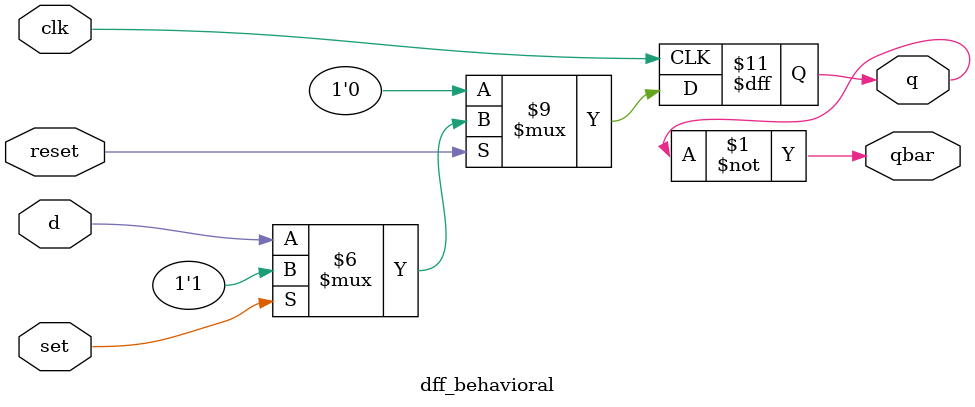
<source format=v>
module dff_behavioral (output reg q, 
                        output wire qbar,
                        input wire d, set, reset, clk    
);

assign qbar= ~q;

always @(posedge clk) begin
    if(reset==0) q<= 0;     //active low reset
    else if (set== 1) q<= 1;      //active high preset
    else q<= d;
end

endmodule //dff_behavioral
</source>
